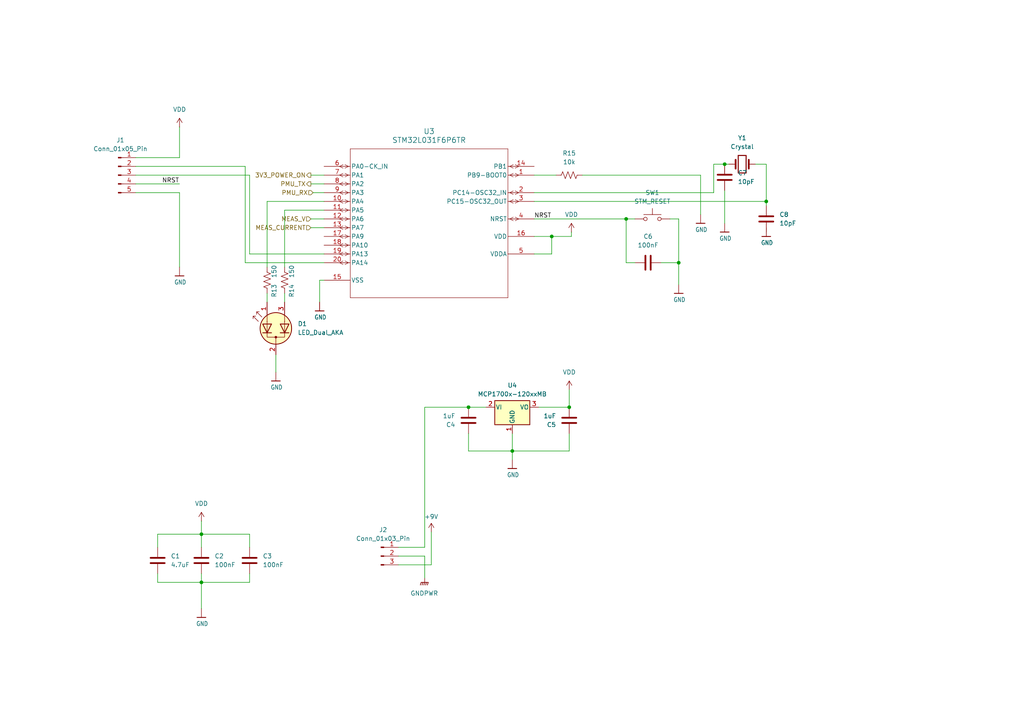
<source format=kicad_sch>
(kicad_sch (version 20250114) (generator "eeschema") (generator_version "9.0")
  (paper "A4")
  (lib_symbols
    (symbol "Adafruit Feather RP2040 RFM-eagle-import:GND" (power)
      (symbol "GND_1_0"
        (polyline (pts (xy -1.27 0) (xy 1.27 0)) (stroke (width 0.254)))
        (pin power_in line (at 0 2.54 270) (length 2.54) (name "GND") (number "1"))
      )
    )
    (symbol "Connector:Conn_01x03_Pin" (pin_names (offset 1.016) (hide yes))
      (property "Reference" "J" (at 0 5.08 0))
      (property "Value" "Conn_01x03_Pin" (at 0 -5.08 0))
      (symbol "Conn_01x03_Pin_1_1"
        (rectangle (start 0.8636 2.667) (end 0 2.413) (stroke (width 0.1524)) (fill (type outline)))
        (rectangle (start 0.8636 0.127) (end 0 -0.127) (stroke (width 0.1524)) (fill (type outline)))
        (rectangle (start 0.8636 -2.413) (end 0 -2.667) (stroke (width 0.1524)) (fill (type outline)))
        (polyline (pts (xy 1.27 2.54) (xy 0.8636 2.54)) (stroke (width 0.1524)))
        (polyline (pts (xy 1.27 0) (xy 0.8636 0)) (stroke (width 0.1524)))
        (polyline (pts (xy 1.27 -2.54) (xy 0.8636 -2.54)) (stroke (width 0.1524)))
        (pin passive line (at 5.08 2.54 180) (length 3.81) (name "Pin_1") (number "1"))
        (pin passive line (at 5.08 0 180) (length 3.81) (name "Pin_2") (number "2"))
        (pin passive line (at 5.08 -2.54 180) (length 3.81) (name "Pin_3") (number "3"))
      )
    )
    (symbol "Connector:Conn_01x05_Pin" (pin_names (offset 1.016) (hide yes))
      (property "Reference" "J" (at 0 7.62 0))
      (property "Value" "Conn_01x05_Pin" (at 0 -7.62 0))
      (symbol "Conn_01x05_Pin_1_1"
        (rectangle (start 0.8636 5.207) (end 0 4.953) (stroke (width 0.1524)) (fill (type outline)))
        (rectangle (start 0.8636 2.667) (end 0 2.413) (stroke (width 0.1524)) (fill (type outline)))
        (rectangle (start 0.8636 0.127) (end 0 -0.127) (stroke (width 0.1524)) (fill (type outline)))
        (rectangle (start 0.8636 -2.413) (end 0 -2.667) (stroke (width 0.1524)) (fill (type outline)))
        (rectangle (start 0.8636 -4.953) (end 0 -5.207) (stroke (width 0.1524)) (fill (type outline)))
        (polyline (pts (xy 1.27 5.08) (xy 0.8636 5.08)) (stroke (width 0.1524)))
        (polyline (pts (xy 1.27 2.54) (xy 0.8636 2.54)) (stroke (width 0.1524)))
        (polyline (pts (xy 1.27 0) (xy 0.8636 0)) (stroke (width 0.1524)))
        (polyline (pts (xy 1.27 -2.54) (xy 0.8636 -2.54)) (stroke (width 0.1524)))
        (polyline (pts (xy 1.27 -5.08) (xy 0.8636 -5.08)) (stroke (width 0.1524)))
        (pin passive line (at 5.08 5.08 180) (length 3.81) (name "Pin_1") (number "1"))
        (pin passive line (at 5.08 2.54 180) (length 3.81) (name "Pin_2") (number "2"))
        (pin passive line (at 5.08 0 180) (length 3.81) (name "Pin_3") (number "3"))
        (pin passive line (at 5.08 -2.54 180) (length 3.81) (name "Pin_4") (number "4"))
        (pin passive line (at 5.08 -5.08 180) (length 3.81) (name "Pin_5") (number "5"))
      )
    )
    (symbol "Device:C" (pin_numbers (hide yes)) (pin_names (offset 0.254))
      (property "Reference" "C" (at 0.635 2.54 0))
      (property "Value" "C" (at 0.635 -2.54 0))
      (symbol "C_0_1"
        (polyline (pts (xy -2.032 0.762) (xy 2.032 0.762)) (stroke (width 0.508)))
        (polyline (pts (xy -2.032 -0.762) (xy 2.032 -0.762)) (stroke (width 0.508)))
      )
      (symbol "C_1_1"
        (pin passive line (at 0 3.81 270) (length 2.794) (name "~") (number "1"))
        (pin passive line (at 0 -3.81 90) (length 2.794) (name "~") (number "2"))
      )
    )
    (symbol "Device:Crystal" (pin_numbers (hide yes)) (pin_names (offset 1.016) (hide yes))
      (property "Reference" "Y" (at 0 3.81 0))
      (property "Value" "Crystal" (at 0 -3.81 0))
      (symbol "Crystal_0_1"
        (polyline (pts (xy -2.54 0) (xy -1.905 0)))
        (polyline (pts (xy -1.905 -1.27) (xy -1.905 1.27)) (stroke (width 0.508)))
        (rectangle (start -1.143 2.54) (end 1.143 -2.54) (stroke (width 0.3048)))
        (polyline (pts (xy 1.905 -1.27) (xy 1.905 1.27)) (stroke (width 0.508)))
        (polyline (pts (xy 2.54 0) (xy 1.905 0)))
      )
      (symbol "Crystal_1_1"
        (pin passive line (at -3.81 0 0) (length 1.27) (name "1") (number "1"))
        (pin passive line (at 3.81 0 180) (length 1.27) (name "2") (number "2"))
      )
    )
    (symbol "Device:LED_Dual_AKA" (pin_names (offset 0) (hide yes))
      (property "Reference" "D" (at 0 5.715 0))
      (property "Value" "LED_Dual_AKA" (at 0 -6.35 0))
      (symbol "LED_Dual_AKA_0_1"
        (polyline (pts (xy -4.572 0) (xy -2.54 0)))
        (circle (center -2.54 0) (radius 0.2794) (fill (type outline)))
        (polyline (pts (xy -1.27 1.27) (xy -1.27 3.81)) (stroke (width 0.254)))
        (polyline (pts (xy -1.27 -1.27) (xy -1.27 -3.81)) (stroke (width 0.254)))
        (circle (center 0 0) (radius 4.572) (stroke (width 0.254)) (fill (type background)))
        (polyline (pts (xy 1.27 1.27) (xy 1.27 3.81) (xy -1.27 2.54) (xy 1.27 1.27)) (stroke (width 0.254)))
        (polyline (pts (xy 1.27 -3.81) (xy 1.27 -1.27) (xy -1.27 -2.54) (xy 1.27 -3.81)) (stroke (width 0.254)))
        (polyline (pts (xy 2.032 5.08) (xy 3.556 6.604) (xy 2.794 6.604) (xy 3.556 6.604) (xy 3.556 5.842)))
        (polyline (pts (xy 2.032 2.54) (xy -2.54 2.54) (xy -2.54 -2.54) (xy 2.032 -2.54)))
        (polyline (pts (xy 3.302 4.064) (xy 4.826 5.588) (xy 4.064 5.588) (xy 4.826 5.588) (xy 4.826 4.826)))
        (polyline (pts (xy 3.81 2.54) (xy 1.905 2.54)))
        (polyline (pts (xy 3.81 -2.54) (xy 1.905 -2.54)))
      )
      (symbol "LED_Dual_AKA_1_1"
        (pin input line (at -7.62 0 0) (length 3.048) (name "K") (number "2"))
        (pin input line (at 7.62 2.54 180) (length 3.81) (name "A1") (number "1"))
        (pin input line (at 7.62 -2.54 180) (length 3.81) (name "A2") (number "3"))
      )
    )
    (symbol "Device:R_US" (pin_numbers (hide yes)) (pin_names (offset 0))
      (property "Reference" "R" (at 2.54 0 90))
      (property "Value" "R_US" (at -2.54 0 90))
      (symbol "R_US_0_1"
        (polyline (pts (xy 0 2.286) (xy 0 2.54)))
        (polyline (pts (xy 0 2.286) (xy 1.016 1.905) (xy 0 1.524) (xy -1.016 1.143) (xy 0 0.762)))
        (polyline (pts (xy 0 0.762) (xy 1.016 0.381) (xy 0 0) (xy -1.016 -0.381) (xy 0 -0.762)))
        (polyline (pts (xy 0 -0.762) (xy 1.016 -1.143) (xy 0 -1.524) (xy -1.016 -1.905) (xy 0 -2.286)))
        (polyline (pts (xy 0 -2.286) (xy 0 -2.54)))
      )
      (symbol "R_US_1_1"
        (pin passive line (at 0 3.81 270) (length 1.27) (name "~") (number "1"))
        (pin passive line (at 0 -3.81 90) (length 1.27) (name "~") (number "2"))
      )
    )
    (symbol "Regulator_Linear:MCP1700x-120xxMB" (pin_names (offset 0.254))
      (property "Reference" "U" (at -3.81 3.175 0))
      (property "Value" "MCP1700x-120xxMB" (at 0 3.175 0))
      (symbol "MCP1700x-120xxMB_0_1"
        (rectangle (start -5.08 -5.08) (end 5.08 1.905) (stroke (width 0.254)) (fill (type background)))
      )
      (symbol "MCP1700x-120xxMB_1_1"
        (pin power_in line (at -7.62 0 0) (length 2.54) (name "VI") (number "2"))
        (pin power_in line (at 0 -7.62 90) (length 2.54) (name "GND") (number "1"))
        (pin power_out line (at 7.62 0 180) (length 2.54) (name "VO") (number "3"))
      )
    )
    (symbol "STM32F01:STM32L010F4P6" (pin_names (offset 0.254))
      (property "Reference" "U" (at 30.48 10.16 0))
      (property "Value" "STM32L010F4P6" (at 30.48 7.62 0))
      (symbol "STM32L010F4P6_0_1"
        (polyline (pts (xy 5.5372 0.5207) (xy 4.4958 0)) (stroke (width 0.127)))
        (polyline (pts (xy 5.5372 -0.5207) (xy 4.4958 0)) (stroke (width 0.127)))
        (polyline (pts (xy 5.5372 -2.0193) (xy 4.4958 -2.54)) (stroke (width 0.127)))
        (polyline (pts (xy 5.5372 -3.0607) (xy 4.4958 -2.54)) (stroke (width 0.127)))
        (polyline (pts (xy 5.5372 -4.5593) (xy 4.4958 -5.08)) (stroke (width 0.127)))
        (polyline (pts (xy 5.5372 -5.6007) (xy 4.4958 -5.08)) (stroke (width 0.127)))
        (polyline (pts (xy 5.5372 -7.0993) (xy 4.4958 -7.62)) (stroke (width 0.127)))
        (polyline (pts (xy 5.5372 -8.1407) (xy 4.4958 -7.62)) (stroke (width 0.127)))
        (polyline (pts (xy 5.5372 -9.6393) (xy 4.4958 -10.16)) (stroke (width 0.127)))
        (polyline (pts (xy 5.5372 -10.6807) (xy 4.4958 -10.16)) (stroke (width 0.127)))
        (polyline (pts (xy 5.5372 -12.1793) (xy 4.4958 -12.7)) (stroke (width 0.127)))
        (polyline (pts (xy 5.5372 -13.2207) (xy 4.4958 -12.7)) (stroke (width 0.127)))
        (polyline (pts (xy 5.5372 -14.7193) (xy 4.4958 -15.24)) (stroke (width 0.127)))
        (polyline (pts (xy 5.5372 -15.7607) (xy 4.4958 -15.24)) (stroke (width 0.127)))
        (polyline (pts (xy 5.5372 -17.2593) (xy 4.4958 -17.78)) (stroke (width 0.127)))
        (polyline (pts (xy 5.5372 -18.3007) (xy 4.4958 -17.78)) (stroke (width 0.127)))
        (polyline (pts (xy 5.5372 -19.7993) (xy 4.4958 -20.32)) (stroke (width 0.127)))
        (polyline (pts (xy 5.5372 -20.8407) (xy 4.4958 -20.32)) (stroke (width 0.127)))
        (polyline (pts (xy 5.5372 -22.3393) (xy 4.4958 -22.86)) (stroke (width 0.127)))
        (polyline (pts (xy 5.5372 -23.3807) (xy 4.4958 -22.86)) (stroke (width 0.127)))
        (polyline (pts (xy 5.5372 -24.8793) (xy 4.4958 -25.4)) (stroke (width 0.127)))
        (polyline (pts (xy 5.5372 -25.9207) (xy 4.4958 -25.4)) (stroke (width 0.127)))
        (polyline (pts (xy 5.5372 -27.4193) (xy 4.4958 -27.94)) (stroke (width 0.127)))
        (polyline (pts (xy 5.5372 -28.4607) (xy 4.4958 -27.94)) (stroke (width 0.127)))
        (polyline (pts (xy 7.0993 0) (xy 6.0579 0.5207)) (stroke (width 0.127)))
        (polyline (pts (xy 7.0993 0) (xy 6.0579 -0.5207)) (stroke (width 0.127)))
        (polyline (pts (xy 7.0993 -2.54) (xy 6.0579 -2.0193)) (stroke (width 0.127)))
        (polyline (pts (xy 7.0993 -2.54) (xy 6.0579 -3.0607)) (stroke (width 0.127)))
        (polyline (pts (xy 7.0993 -5.08) (xy 6.0579 -4.5593)) (stroke (width 0.127)))
        (polyline (pts (xy 7.0993 -5.08) (xy 6.0579 -5.6007)) (stroke (width 0.127)))
        (polyline (pts (xy 7.0993 -7.62) (xy 6.0579 -7.0993)) (stroke (width 0.127)))
        (polyline (pts (xy 7.0993 -7.62) (xy 6.0579 -8.1407)) (stroke (width 0.127)))
        (polyline (pts (xy 7.0993 -10.16) (xy 6.0579 -9.6393)) (stroke (width 0.127)))
        (polyline (pts (xy 7.0993 -10.16) (xy 6.0579 -10.6807)) (stroke (width 0.127)))
        (polyline (pts (xy 7.0993 -12.7) (xy 6.0579 -12.1793)) (stroke (width 0.127)))
        (polyline (pts (xy 7.0993 -12.7) (xy 6.0579 -13.2207)) (stroke (width 0.127)))
        (polyline (pts (xy 7.0993 -15.24) (xy 6.0579 -14.7193)) (stroke (width 0.127)))
        (polyline (pts (xy 7.0993 -15.24) (xy 6.0579 -15.7607)) (stroke (width 0.127)))
        (polyline (pts (xy 7.0993 -17.78) (xy 6.0579 -17.2593)) (stroke (width 0.127)))
        (polyline (pts (xy 7.0993 -17.78) (xy 6.0579 -18.3007)) (stroke (width 0.127)))
        (polyline (pts (xy 7.0993 -20.32) (xy 6.0579 -19.7993)) (stroke (width 0.127)))
        (polyline (pts (xy 7.0993 -20.32) (xy 6.0579 -20.8407)) (stroke (width 0.127)))
        (polyline (pts (xy 7.0993 -22.86) (xy 6.0579 -22.3393)) (stroke (width 0.127)))
        (polyline (pts (xy 7.0993 -22.86) (xy 6.0579 -23.3807)) (stroke (width 0.127)))
        (polyline (pts (xy 7.0993 -25.4) (xy 6.0579 -24.8793)) (stroke (width 0.127)))
        (polyline (pts (xy 7.0993 -25.4) (xy 6.0579 -25.9207)) (stroke (width 0.127)))
        (polyline (pts (xy 7.0993 -27.94) (xy 6.0579 -27.4193)) (stroke (width 0.127)))
        (polyline (pts (xy 7.0993 -27.94) (xy 6.0579 -28.4607)) (stroke (width 0.127)))
        (polyline (pts (xy 7.62 5.08) (xy 7.62 -38.1)) (stroke (width 0.127)))
        (polyline (pts (xy 7.62 -38.1) (xy 53.34 -38.1)) (stroke (width 0.127)))
        (polyline (pts (xy 53.34 5.08) (xy 7.62 5.08)) (stroke (width 0.127)))
        (polyline (pts (xy 53.34 -38.1) (xy 53.34 5.08)) (stroke (width 0.127)))
        (polyline (pts (xy 53.8607 0) (xy 54.9021 0.5207)) (stroke (width 0.127)))
        (polyline (pts (xy 53.8607 0) (xy 54.9021 -0.5207)) (stroke (width 0.127)))
        (polyline (pts (xy 53.8607 -2.54) (xy 54.9021 -2.0193)) (stroke (width 0.127)))
        (polyline (pts (xy 53.8607 -2.54) (xy 54.9021 -3.0607)) (stroke (width 0.127)))
        (polyline (pts (xy 53.8607 -7.62) (xy 54.9021 -7.0993)) (stroke (width 0.127)))
        (polyline (pts (xy 53.8607 -7.62) (xy 54.9021 -8.1407)) (stroke (width 0.127)))
        (polyline (pts (xy 53.8607 -10.16) (xy 54.9021 -9.6393)) (stroke (width 0.127)))
        (polyline (pts (xy 53.8607 -10.16) (xy 54.9021 -10.6807)) (stroke (width 0.127)))
        (polyline (pts (xy 53.8607 -15.24) (xy 54.9021 -14.7193)) (stroke (width 0.127)))
        (polyline (pts (xy 53.8607 -15.24) (xy 54.9021 -15.7607)) (stroke (width 0.127)))
        (polyline (pts (xy 55.4228 0.5207) (xy 56.4642 0)) (stroke (width 0.127)))
        (polyline (pts (xy 55.4228 -0.5207) (xy 56.4642 0)) (stroke (width 0.127)))
        (polyline (pts (xy 55.4228 -2.0193) (xy 56.4642 -2.54)) (stroke (width 0.127)))
        (polyline (pts (xy 55.4228 -3.0607) (xy 56.4642 -2.54)) (stroke (width 0.127)))
        (polyline (pts (xy 55.4228 -7.0993) (xy 56.4642 -7.62)) (stroke (width 0.127)))
        (polyline (pts (xy 55.4228 -8.1407) (xy 56.4642 -7.62)) (stroke (width 0.127)))
        (polyline (pts (xy 55.4228 -9.6393) (xy 56.4642 -10.16)) (stroke (width 0.127)))
        (polyline (pts (xy 55.4228 -10.6807) (xy 56.4642 -10.16)) (stroke (width 0.127)))
        (polyline (pts (xy 55.4228 -14.7193) (xy 56.4642 -15.24)) (stroke (width 0.127)))
        (polyline (pts (xy 55.4228 -15.7607) (xy 56.4642 -15.24)) (stroke (width 0.127)))
        (pin bidirectional line (at 0 0 0) (length 7.62) (name "PA0-CK_IN") (number "6"))
        (pin bidirectional line (at 0 -2.54 0) (length 7.62) (name "PA1") (number "7"))
        (pin bidirectional line (at 0 -5.08 0) (length 7.62) (name "PA2") (number "8"))
        (pin bidirectional line (at 0 -7.62 0) (length 7.62) (name "PA3") (number "9"))
        (pin bidirectional line (at 0 -10.16 0) (length 7.62) (name "PA4") (number "10"))
        (pin bidirectional line (at 0 -12.7 0) (length 7.62) (name "PA5") (number "11"))
        (pin bidirectional line (at 0 -15.24 0) (length 7.62) (name "PA6") (number "12"))
        (pin bidirectional line (at 0 -17.78 0) (length 7.62) (name "PA7") (number "13"))
        (pin bidirectional line (at 0 -20.32 0) (length 7.62) (name "PA9") (number "17"))
        (pin bidirectional line (at 0 -22.86 0) (length 7.62) (name "PA10") (number "18"))
        (pin bidirectional line (at 0 -25.4 0) (length 7.62) (name "PA13") (number "19"))
        (pin bidirectional line (at 0 -27.94 0) (length 7.62) (name "PA14") (number "20"))
        (pin power_in line (at 0 -33.02 0) (length 7.62) (name "VSS") (number "15"))
        (pin bidirectional line (at 60.96 0 180) (length 7.62) (name "PB1") (number "14"))
        (pin input line (at 60.96 -2.54 180) (length 7.62) (name "PB9-BOOT0") (number "1"))
        (pin bidirectional line (at 60.96 -7.62 180) (length 7.62) (name "PC14-OSC32_IN") (number "2"))
        (pin bidirectional line (at 60.96 -10.16 180) (length 7.62) (name "PC15-OSC32_OUT") (number "3"))
        (pin bidirectional line (at 60.96 -15.24 180) (length 7.62) (name "NRST") (number "4"))
        (pin power_in line (at 60.96 -20.32 180) (length 7.62) (name "VDD") (number "16"))
        (pin power_in line (at 60.96 -25.4 180) (length 7.62) (name "VDDA") (number "5"))
      )
    )
    (symbol "Switch:SW_Push" (pin_numbers (hide yes)) (pin_names (offset 1.016) (hide yes))
      (property "Reference" "SW" (at 1.27 2.54 0))
      (property "Value" "SW_Push" (at 0 -1.524 0))
      (symbol "SW_Push_0_1"
        (circle (center -2.032 0) (radius 0.508))
        (polyline (pts (xy 0 1.27) (xy 0 3.048)))
        (circle (center 2.032 0) (radius 0.508))
        (polyline (pts (xy 2.54 1.27) (xy -2.54 1.27)))
        (pin passive line (at -5.08 0 0) (length 2.54) (name "1") (number "1"))
        (pin passive line (at 5.08 0 180) (length 2.54) (name "2") (number "2"))
      )
    )
    (symbol "power:+9V" (power) (pin_numbers (hide yes)) (pin_names (offset 0) (hide yes))
      (property "Value" "+9V" (at 0 3.556 0))
      (symbol "+9V_0_1"
        (polyline (pts (xy -0.762 1.27) (xy 0 2.54)))
        (polyline (pts (xy 0 2.54) (xy 0.762 1.27)))
        (polyline (pts (xy 0 0) (xy 0 2.54)))
      )
      (symbol "+9V_1_1"
        (pin power_in line (at 0 0 90) (length 0) (name "~") (number "1"))
      )
    )
    (symbol "power:GNDPWR" (power) (pin_numbers (hide yes)) (pin_names (offset 0) (hide yes))
      (property "Value" "GNDPWR" (at 0 -3.302 0))
      (symbol "GNDPWR_0_1"
        (polyline (pts (xy -1.016 -1.27) (xy -1.27 -2.032) (xy -1.27 -2.032)) (stroke (width 0.2032)))
        (polyline (pts (xy -0.508 -1.27) (xy -0.762 -2.032) (xy -0.762 -2.032)) (stroke (width 0.2032)))
        (polyline (pts (xy 0 -1.27) (xy 0 0)))
        (polyline (pts (xy 0 -1.27) (xy -0.254 -2.032) (xy -0.254 -2.032)) (stroke (width 0.2032)))
        (polyline (pts (xy 0.508 -1.27) (xy 0.254 -2.032) (xy 0.254 -2.032)) (stroke (width 0.2032)))
        (polyline (pts (xy 1.016 -1.27) (xy -1.016 -1.27) (xy -1.016 -1.27)) (stroke (width 0.2032)))
        (polyline (pts (xy 1.016 -1.27) (xy 0.762 -2.032) (xy 0.762 -2.032) (xy 0.762 -2.032)) (stroke (width 0.2032)))
      )
      (symbol "GNDPWR_1_1"
        (pin power_in line (at 0 0 270) (length 0) (name "~") (number "1"))
      )
    )
    (symbol "power:VDD" (power) (pin_numbers (hide yes)) (pin_names (offset 0) (hide yes))
      (property "Value" "VDD" (at 0 3.556 0))
      (symbol "VDD_0_1"
        (polyline (pts (xy -0.762 1.27) (xy 0 2.54)))
        (polyline (pts (xy 0 2.54) (xy 0.762 1.27)))
        (polyline (pts (xy 0 0) (xy 0 2.54)))
      )
      (symbol "VDD_1_1"
        (pin power_in line (at 0 0 90) (length 0) (name "~") (number "1"))
      )
    )
  )
  (junction (at 165.1 118.11))
  (junction (at 160.02 68.58))
  (junction (at 196.85 76.2))
  (junction (at 135.89 118.11))
  (junction (at 222.25 58.42))
  (junction (at 58.42 154.94))
  (junction (at 181.61 63.5))
  (junction (at 210.185 47.625))
  (junction (at 58.42 168.91))
  (junction (at 148.59 130.81))
  (wire (pts (xy 115.57 163.83) (xy 125.095 163.83)))
  (wire (pts (xy 123.19 118.11) (xy 135.89 118.11)))
  (wire (pts (xy 90.17 63.5) (xy 93.98 63.5)))
  (wire (pts (xy 191.77 76.2) (xy 196.85 76.2)))
  (wire (pts (xy 82.55 60.96) (xy 93.98 60.96)))
  (wire (pts (xy 181.61 63.5) (xy 184.15 63.5)))
  (wire (pts (xy 90.17 66.04) (xy 93.98 66.04)))
  (wire (pts (xy 72.39 73.66) (xy 93.98 73.66)))
  (wire (pts (xy 196.85 76.2) (xy 196.85 82.55)))
  (wire (pts (xy 135.89 118.11) (xy 140.97 118.11)))
  (wire (pts (xy 82.55 85.09) (xy 82.55 87.63)))
  (wire (pts (xy 72.39 50.8) (xy 72.39 73.66)))
  (wire (pts (xy 165.1 113.03) (xy 165.1 118.11)))
  (wire (pts (xy 222.25 47.625) (xy 222.25 58.42)))
  (wire (pts (xy 45.72 158.75) (xy 45.72 154.94)))
  (wire (pts (xy 194.31 63.5) (xy 196.85 63.5)))
  (wire (pts (xy 39.37 45.72) (xy 52.07 45.72)))
  (wire (pts (xy 125.095 154.305) (xy 125.095 163.83)))
  (wire (pts (xy 154.94 73.66) (xy 160.02 73.66)))
  (wire (pts (xy 90.805 55.88) (xy 93.98 55.88)))
  (wire (pts (xy 165.735 67.31) (xy 165.735 68.58)))
  (wire (pts (xy 77.47 58.42) (xy 77.47 77.47)))
  (wire (pts (xy 72.39 154.94) (xy 72.39 158.75)))
  (wire (pts (xy 45.72 168.91) (xy 58.42 168.91)))
  (wire (pts (xy 115.57 158.75) (xy 123.19 158.75)))
  (wire (pts (xy 196.85 63.5) (xy 196.85 76.2)))
  (wire (pts (xy 58.42 168.91) (xy 72.39 168.91)))
  (wire (pts (xy 165.735 68.58) (xy 160.02 68.58)))
  (wire (pts (xy 80.01 107.95) (xy 80.01 102.87)))
  (wire (pts (xy 168.91 50.8) (xy 203.2 50.8)))
  (wire (pts (xy 154.94 55.88) (xy 207.01 55.88)))
  (wire (pts (xy 148.59 125.73) (xy 148.59 130.81)))
  (wire (pts (xy 72.39 168.91) (xy 72.39 166.37)))
  (wire (pts (xy 58.42 151.13) (xy 58.42 154.94)))
  (wire (pts (xy 207.01 47.625) (xy 210.185 47.625)))
  (wire (pts (xy 160.02 68.58) (xy 160.02 73.66)))
  (wire (pts (xy 77.47 58.42) (xy 93.98 58.42)))
  (wire (pts (xy 52.07 36.83) (xy 52.07 45.72)))
  (wire (pts (xy 82.55 60.96) (xy 82.55 77.47)))
  (wire (pts (xy 203.2 50.8) (xy 203.2 62.23)))
  (wire (pts (xy 45.72 154.94) (xy 58.42 154.94)))
  (wire (pts (xy 115.57 161.29) (xy 123.19 161.29)))
  (wire (pts (xy 148.59 130.81) (xy 148.59 133.35)))
  (wire (pts (xy 77.47 85.09) (xy 77.47 87.63)))
  (wire (pts (xy 148.59 130.81) (xy 165.1 130.81)))
  (wire (pts (xy 181.61 63.5) (xy 181.61 76.2)))
  (wire (pts (xy 154.94 63.5) (xy 181.61 63.5)))
  (wire (pts (xy 90.17 50.8) (xy 93.98 50.8)))
  (wire (pts (xy 58.42 166.37) (xy 58.42 168.91)))
  (wire (pts (xy 90.17 53.34) (xy 93.98 53.34)))
  (wire (pts (xy 58.42 154.94) (xy 72.39 154.94)))
  (wire (pts (xy 135.89 125.73) (xy 135.89 130.81)))
  (wire (pts (xy 135.89 130.81) (xy 148.59 130.81)))
  (wire (pts (xy 39.37 55.88) (xy 52.07 55.88)))
  (wire (pts (xy 58.42 154.94) (xy 58.42 158.75)))
  (wire (pts (xy 39.37 50.8) (xy 72.39 50.8)))
  (wire (pts (xy 154.94 68.58) (xy 160.02 68.58)))
  (wire (pts (xy 156.21 118.11) (xy 165.1 118.11)))
  (wire (pts (xy 92.71 81.28) (xy 92.71 87.63)))
  (wire (pts (xy 39.37 48.26) (xy 71.12 48.26)))
  (wire (pts (xy 52.07 55.88) (xy 52.07 77.47)))
  (wire (pts (xy 181.61 76.2) (xy 184.15 76.2)))
  (wire (pts (xy 39.37 53.34) (xy 52.07 53.34)))
  (wire (pts (xy 93.98 81.28) (xy 92.71 81.28)))
  (wire (pts (xy 210.185 47.625) (xy 211.455 47.625)))
  (wire (pts (xy 71.12 76.2) (xy 93.98 76.2)))
  (wire (pts (xy 207.01 55.88) (xy 207.01 47.625)))
  (wire (pts (xy 45.72 166.37) (xy 45.72 168.91)))
  (wire (pts (xy 154.94 50.8) (xy 161.29 50.8)))
  (wire (pts (xy 210.185 55.245) (xy 210.185 64.77)))
  (wire (pts (xy 71.12 48.26) (xy 71.12 76.2)))
  (wire (pts (xy 123.19 161.29) (xy 123.19 167.64)))
  (wire (pts (xy 123.19 118.11) (xy 123.19 158.75)))
  (wire (pts (xy 222.25 67.31) (xy 222.25 66.04)))
  (wire (pts (xy 58.42 168.91) (xy 58.42 176.53)))
  (wire (pts (xy 165.1 125.73) (xy 165.1 130.81)))
  (wire (pts (xy 154.94 58.42) (xy 222.25 58.42)))
  (wire (pts (xy 219.075 47.625) (xy 222.25 47.625)))
  (wire (pts (xy 222.25 58.42) (xy 222.25 59.69)))
  (label "NRST" (at 154.94 63.5 0))
  (label "NRST" (at 46.99 53.34 0))
  (hierarchical_label "MEAS_CURRENT" (shape input) (at 90.17 66.04 180))
  (hierarchical_label "PMU_RX" (shape input) (at 90.805 55.88 180))
  (hierarchical_label "PMU_TX" (shape output) (at 90.17 53.34 180))
  (hierarchical_label "MEAS_V" (shape input) (at 90.17 63.5 180))
  (hierarchical_label "3V3_POWER_ON" (shape output) (at 90.17 50.8 180))
  (symbol (lib_id "Device:C") (at 165.1 121.92 180) (unit 1)
    (property "Reference" "C5" (at 161.29 123.1901 0) (effects (justify left)))
    (property "Value" "1uF" (at 161.29 120.65 0) (effects (justify left)))
    (property "Footprint" "Capacitor_SMD:C_0805_2012Metric" (effects (hide yes)))
    (property "Description" "Unpolarized capacitor" (effects (hide yes)))
  )
  (symbol (lib_id "Connector:Conn_01x05_Pin") (at 34.29 50.8 0) (unit 1)
    (property "Reference" "J1" (at 34.925 40.64 0))
    (property "Value" "Conn_01x05_Pin" (at 34.925 43.18 0))
    (property "Footprint" "Connector_JST:JST_EH_B5B-EH-A_1x05_P2.50mm_Vertical" (effects (hide yes)))
    (property "Description" "Generic connector, single row, 01x05, script generated" (effects (hide yes)))
  )
  (symbol (lib_id "Adafruit Feather RP2040 RFM-eagle-import:GND") (at 92.71 90.17 0) (unit 1)
    (property "Reference" "#U$012" (effects (hide yes)))
    (property "Value" "GND" (at 91.186 92.71 0) (effects (font (size 1.27 1.0795)) (justify left bottom)))
  )
  (symbol (lib_id "Adafruit Feather RP2040 RFM-eagle-import:GND") (at 222.25 68.58 0) (unit 1)
    (property "Reference" "#U$017" (effects (hide yes)))
    (property "Value" "GND" (at 220.726 71.12 0) (effects (font (size 1.27 1.0795)) (justify left bottom)))
  )
  (symbol (lib_id "Device:C") (at 58.42 162.56 0) (unit 1)
    (property "Reference" "C2" (at 62.23 161.2899 0) (effects (justify left)))
    (property "Value" "100nF" (at 62.23 163.8299 0) (effects (justify left)))
    (property "Footprint" "Capacitor_SMD:C_0805_2012Metric" (effects (hide yes)))
    (property "Description" "Unpolarized capacitor" (effects (hide yes)))
  )
  (symbol (lib_id "Switch:SW_Push") (at 189.23 63.5 0) (unit 1)
    (property "Reference" "SW1" (at 189.23 55.88 0))
    (property "Value" "STM_RESET" (at 189.23 58.42 0))
    (property "Footprint" "Button_Switch_SMD:SW_SPST_EVQP2_MiddlePushTravel_H2.5mm" (effects (hide yes)))
    (property "Description" "Push button switch, generic, two pins" (effects (hide yes)))
  )
  (symbol (lib_id "power:+9V") (at 125.095 154.305 0) (unit 1)
    (property "Reference" "#PWR011" (effects (hide yes)))
    (property "Value" "+9V" (at 125.095 149.86 0))
    (property "Description" "Power symbol creates a global label with name \"+9V\"" (effects (hide yes)))
  )
  (symbol (lib_id "power:GNDPWR") (at 123.19 167.64 0) (unit 1)
    (property "Reference" "#PWR010" (effects (hide yes)))
    (property "Value" "GNDPWR" (at 123.063 172.085 0))
    (property "Description" "Power symbol creates a global label with name \"GNDPWR\" , global ground" (effects (hide yes)))
  )
  (symbol (lib_id "Device:C") (at 72.39 162.56 0) (unit 1)
    (property "Reference" "C3" (at 76.2 161.2899 0) (effects (justify left)))
    (property "Value" "100nF" (at 76.2 163.8299 0) (effects (justify left)))
    (property "Footprint" "Capacitor_SMD:C_0805_2012Metric" (effects (hide yes)))
    (property "Description" "Unpolarized capacitor" (effects (hide yes)))
  )
  (symbol (lib_id "Device:C") (at 222.25 63.5 0) (unit 1)
    (property "Reference" "C8" (at 226.06 62.2299 0) (effects (justify left)))
    (property "Value" "10pF" (at 226.06 64.77 0) (effects (justify left)))
    (property "Footprint" "Capacitor_SMD:C_0805_2012Metric" (effects (hide yes)))
    (property "Description" "Unpolarized capacitor" (effects (hide yes)))
  )
  (symbol (lib_id "Device:Crystal") (at 215.265 47.625 0) (unit 1)
    (property "Reference" "Y1" (at 215.265 40.005 0))
    (property "Value" "Crystal" (at 215.265 42.545 0))
    (property "Footprint" "Crystal:Crystal_SMD_3215-2Pin_3.2x1.5mm" (effects (hide yes)))
    (property "Description" "Two pin crystal" (effects (hide yes)))
  )
  (symbol (lib_id "power:VDD") (at 58.42 151.13 0) (unit 1)
    (property "Reference" "#PWR09" (effects (hide yes)))
    (property "Value" "VDD" (at 58.42 146.05 0))
    (property "Description" "Power symbol creates a global label with name \"VDD\"" (effects (hide yes)))
  )
  (symbol (lib_id "Device:R_US") (at 77.47 81.28 180) (unit 1)
    (property "Reference" "R13" (at 79.502 84.328 90))
    (property "Value" "150" (at 79.502 78.74 90))
    (property "Footprint" "Resistor_SMD:R_0805_2012Metric" (effects (hide yes)))
    (property "Description" "Resistor, US symbol" (effects (hide yes)))
  )
  (symbol (lib_id "Device:C") (at 210.185 51.435 0) (unit 1)
    (property "Reference" "C7" (at 213.995 50.1649 0) (effects (justify left)))
    (property "Value" "10pF" (at 213.995 52.705 0) (effects (justify left)))
    (property "Footprint" "Capacitor_SMD:C_0805_2012Metric" (effects (hide yes)))
    (property "Description" "Unpolarized capacitor" (effects (hide yes)))
  )
  (symbol (lib_id "Device:LED_Dual_AKA") (at 80.01 95.25 90) (unit 1)
    (property "Reference" "D1" (at 86.36 93.9164 90) (effects (justify right)))
    (property "Value" "LED_Dual_AKA" (at 86.36 96.4564 90) (effects (justify right)))
    (property "Footprint" "LED_THT:LED_D3.0mm-3" (effects (hide yes)))
    (property "Description" "Dual LED, common cathode on pin 2" (effects (hide yes)))
  )
  (symbol (lib_id "Device:C") (at 135.89 121.92 180) (unit 1)
    (property "Reference" "C4" (at 132.08 123.1901 0) (effects (justify left)))
    (property "Value" "1uF" (at 132.08 120.65 0) (effects (justify left)))
    (property "Footprint" "Capacitor_SMD:C_0805_2012Metric" (effects (hide yes)))
    (property "Description" "Unpolarized capacitor" (effects (hide yes)))
  )
  (symbol (lib_id "Regulator_Linear:MCP1700x-120xxMB") (at 148.59 118.11 0) (unit 1)
    (property "Reference" "U4" (at 148.59 111.76 0))
    (property "Value" "MCP1700x-120xxMB" (at 148.59 114.3 0))
    (property "Footprint" "Package_TO_SOT_SMD:SOT-89-3_Handsoldering" (effects (hide yes)))
    (property "Datasheet" "http://ww1.microchip.com/downloads/en/DeviceDoc/20001826D.pdf" (effects (hide yes)))
    (property "Description" "250mA Low Quiscent Current LDO, 1.2V output, SOT-89" (effects (hide yes)))
  )
  (symbol (lib_id "Device:R_US") (at 165.1 50.8 90) (unit 1)
    (property "Reference" "R15" (at 165.1 44.45 90))
    (property "Value" "10k" (at 165.1 46.99 90))
    (property "Footprint" "Resistor_SMD:R_0805_2012Metric" (effects (hide yes)))
    (property "Description" "Resistor, US symbol" (effects (hide yes)))
  )
  (symbol (lib_id "Adafruit Feather RP2040 RFM-eagle-import:GND") (at 210.185 67.31 0) (unit 1)
    (property "Reference" "#U$016" (effects (hide yes)))
    (property "Value" "GND" (at 208.661 69.85 0) (effects (font (size 1.27 1.0795)) (justify left bottom)))
  )
  (symbol (lib_id "power:VDD") (at 52.07 36.83 0) (unit 1)
    (property "Reference" "#PWR08" (effects (hide yes)))
    (property "Value" "VDD" (at 52.07 31.75 0))
    (property "Description" "Power symbol creates a global label with name \"VDD\"" (effects (hide yes)))
  )
  (symbol (lib_id "Adafruit Feather RP2040 RFM-eagle-import:GND") (at 196.85 85.09 0) (unit 1)
    (property "Reference" "#U$014" (effects (hide yes)))
    (property "Value" "GND" (at 195.326 87.63 0) (effects (font (size 1.27 1.0795)) (justify left bottom)))
  )
  (symbol (lib_id "Adafruit Feather RP2040 RFM-eagle-import:GND") (at 52.07 80.01 0) (unit 1)
    (property "Reference" "#U$09" (effects (hide yes)))
    (property "Value" "GND" (at 50.546 82.55 0) (effects (font (size 1.27 1.0795)) (justify left bottom)))
  )
  (symbol (lib_id "Adafruit Feather RP2040 RFM-eagle-import:GND") (at 148.59 135.89 0) (unit 1)
    (property "Reference" "#U$013" (effects (hide yes)))
    (property "Value" "GND" (at 147.066 138.43 0) (effects (font (size 1.27 1.0795)) (justify left bottom)))
  )
  (symbol (lib_id "STM32F01:STM32L010F4P6") (at 93.98 48.26 0) (unit 1)
    (property "Reference" "U3" (at 124.46 38.1 0) (effects (font (size 1.524 1.524))))
    (property "Value" "STM32L031F6P6TR" (at 124.46 40.64 0) (effects (font (size 1.524 1.524))))
    (property "Footprint" "Package_SO:TSSOP-20_4.4x6.5mm_P0.65mm" (effects (hide yes)))
    (property "Datasheet" "https://www.st.com/resource/en/datasheet/stm32l010f4.pdf" (effects (hide yes)))
  )
  (symbol (lib_id "Adafruit Feather RP2040 RFM-eagle-import:GND") (at 58.42 179.07 0) (unit 1)
    (property "Reference" "#U$010" (effects (hide yes)))
    (property "Value" "GND" (at 56.896 181.61 0) (effects (font (size 1.27 1.0795)) (justify left bottom)))
  )
  (symbol (lib_id "Device:R_US") (at 82.55 81.28 180) (unit 1)
    (property "Reference" "R14" (at 84.582 84.328 90))
    (property "Value" "150" (at 84.582 78.74 90))
    (property "Footprint" "Resistor_SMD:R_0805_2012Metric" (effects (hide yes)))
    (property "Description" "Resistor, US symbol" (effects (hide yes)))
  )
  (symbol (lib_id "power:VDD") (at 165.1 113.03 0) (unit 1)
    (property "Reference" "#PWR012" (effects (hide yes)))
    (property "Value" "VDD" (at 165.1 107.95 0))
    (property "Description" "Power symbol creates a global label with name \"VDD\"" (effects (hide yes)))
  )
  (symbol (lib_id "Adafruit Feather RP2040 RFM-eagle-import:GND") (at 203.2 64.77 0) (unit 1)
    (property "Reference" "#U$015" (effects (hide yes)))
    (property "Value" "GND" (at 201.676 67.31 0) (effects (font (size 1.27 1.0795)) (justify left bottom)))
  )
  (symbol (lib_id "power:VDD") (at 165.735 67.31 0) (unit 1)
    (property "Reference" "#PWR013" (effects (hide yes)))
    (property "Value" "VDD" (at 165.735 62.23 0))
    (property "Description" "Power symbol creates a global label with name \"VDD\"" (effects (hide yes)))
  )
  (symbol (lib_id "Device:C") (at 45.72 162.56 0) (unit 1)
    (property "Reference" "C1" (at 49.53 161.2899 0) (effects (justify left)))
    (property "Value" "4.7uF" (at 49.53 163.8299 0) (effects (justify left)))
    (property "Footprint" "Capacitor_SMD:C_0805_2012Metric" (effects (hide yes)))
    (property "Description" "Unpolarized capacitor" (effects (hide yes)))
  )
  (symbol (lib_id "Adafruit Feather RP2040 RFM-eagle-import:GND") (at 80.01 110.49 0) (unit 1)
    (property "Reference" "#U$011" (effects (hide yes)))
    (property "Value" "GND" (at 78.486 113.03 0) (effects (font (size 1.27 1.0795)) (justify left bottom)))
  )
  (symbol (lib_id "Connector:Conn_01x03_Pin") (at 110.49 161.29 0) (unit 1)
    (property "Reference" "J2" (at 111.125 153.67 0))
    (property "Value" "Conn_01x03_Pin" (at 111.125 156.21 0))
    (property "Footprint" "Connector_JST:JST_XH_B3B-XH-AM_1x03_P2.50mm_Vertical" (effects (hide yes)))
    (property "Description" "Generic connector, single row, 01x03, script generated" (effects (hide yes)))
  )
  (symbol (lib_id "Device:C") (at 187.96 76.2 270) (unit 1)
    (property "Reference" "C6" (at 187.96 68.58 90))
    (property "Value" "100nF" (at 187.96 71.12 90))
    (property "Footprint" "Capacitor_SMD:C_0805_2012Metric" (effects (hide yes)))
    (property "Description" "Unpolarized capacitor" (effects (hide yes)))
  )
)
</source>
